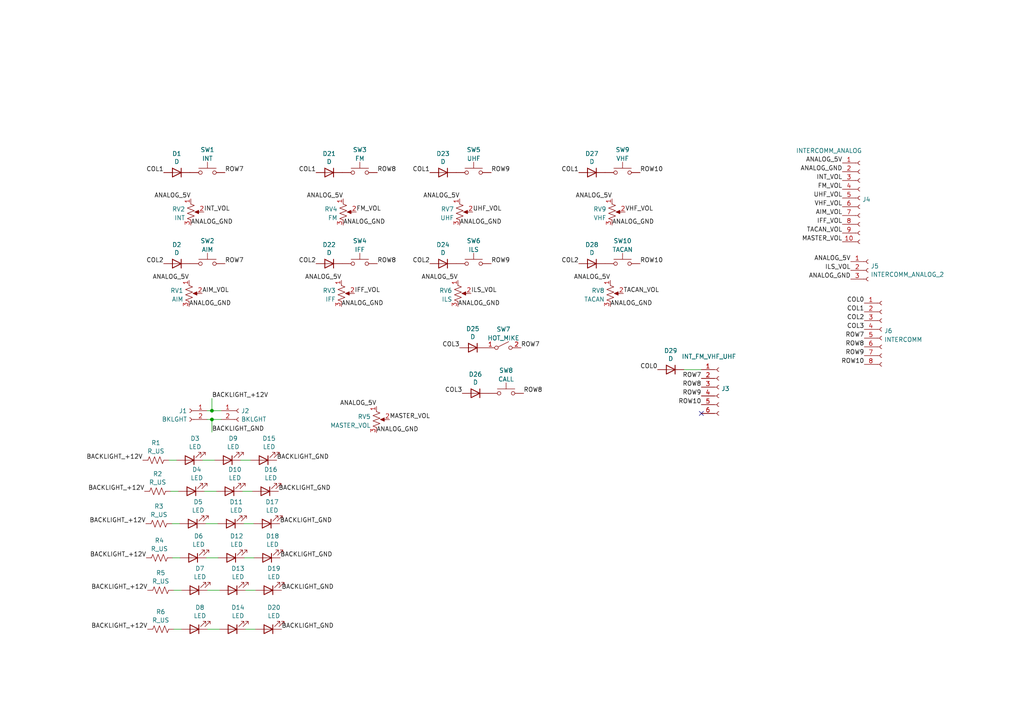
<source format=kicad_sch>
(kicad_sch (version 20230121) (generator eeschema)
  (paper "A4")
  (lib_symbols
    (symbol "Connector:Conn_01x02_Socket" (pin_names (offset 1.016) hide)
      (property "Reference" "J" (at 0 2.54 0))
      (property "Value" "Conn_01x02_Socket" (at 0 -5.08 0))
      (symbol "Conn_01x02_Socket_1_1"
        (arc (start 0 -2.032) (mid -0.5058 -2.54) (end 0 -3.048) (stroke (width 0.1524)))
        (polyline (pts (xy -1.27 -2.54) (xy -0.508 -2.54)) (stroke (width 0.1524)))
        (polyline (pts (xy -1.27 0) (xy -0.508 0)) (stroke (width 0.1524)))
        (arc (start 0 0.508) (mid -0.5058 0) (end 0 -0.508) (stroke (width 0.1524)))
        (pin passive line (at -5.08 0 0) (length 3.81) (name "Pin_1") (number "1"))
        (pin passive line (at -5.08 -2.54 0) (length 3.81) (name "Pin_2") (number "2"))
      )
    )
    (symbol "Connector:Conn_01x03_Socket" (pin_names (offset 1.016) hide)
      (property "Reference" "J" (at 0 5.08 0))
      (property "Value" "Conn_01x03_Socket" (at 0 -5.08 0))
      (symbol "Conn_01x03_Socket_1_1"
        (arc (start 0 -2.032) (mid -0.5058 -2.54) (end 0 -3.048) (stroke (width 0.1524)))
        (polyline (pts (xy -1.27 -2.54) (xy -0.508 -2.54)) (stroke (width 0.1524)))
        (polyline (pts (xy -1.27 0) (xy -0.508 0)) (stroke (width 0.1524)))
        (polyline (pts (xy -1.27 2.54) (xy -0.508 2.54)) (stroke (width 0.1524)))
        (arc (start 0 0.508) (mid -0.5058 0) (end 0 -0.508) (stroke (width 0.1524)))
        (arc (start 0 3.048) (mid -0.5058 2.54) (end 0 2.032) (stroke (width 0.1524)))
        (pin passive line (at -5.08 2.54 0) (length 3.81) (name "Pin_1") (number "1"))
        (pin passive line (at -5.08 0 0) (length 3.81) (name "Pin_2") (number "2"))
        (pin passive line (at -5.08 -2.54 0) (length 3.81) (name "Pin_3") (number "3"))
      )
    )
    (symbol "Connector:Conn_01x06_Female" (pin_names (offset 1.016) hide)
      (property "Reference" "J" (at 0 7.62 0))
      (property "Value" "Conn_01x06_Female" (at 0 -10.16 0))
      (symbol "Conn_01x06_Female_1_1"
        (arc (start 0 -7.112) (mid -0.5058 -7.62) (end 0 -8.128) (stroke (width 0.1524)))
        (arc (start 0 -4.572) (mid -0.5058 -5.08) (end 0 -5.588) (stroke (width 0.1524)))
        (arc (start 0 -2.032) (mid -0.5058 -2.54) (end 0 -3.048) (stroke (width 0.1524)))
        (polyline (pts (xy -1.27 -7.62) (xy -0.508 -7.62)) (stroke (width 0.1524)))
        (polyline (pts (xy -1.27 -5.08) (xy -0.508 -5.08)) (stroke (width 0.1524)))
        (polyline (pts (xy -1.27 -2.54) (xy -0.508 -2.54)) (stroke (width 0.1524)))
        (polyline (pts (xy -1.27 0) (xy -0.508 0)) (stroke (width 0.1524)))
        (polyline (pts (xy -1.27 2.54) (xy -0.508 2.54)) (stroke (width 0.1524)))
        (polyline (pts (xy -1.27 5.08) (xy -0.508 5.08)) (stroke (width 0.1524)))
        (arc (start 0 0.508) (mid -0.5058 0) (end 0 -0.508) (stroke (width 0.1524)))
        (arc (start 0 3.048) (mid -0.5058 2.54) (end 0 2.032) (stroke (width 0.1524)))
        (arc (start 0 5.588) (mid -0.5058 5.08) (end 0 4.572) (stroke (width 0.1524)))
        (pin passive line (at -5.08 5.08 0) (length 3.81) (name "Pin_1") (number "1"))
        (pin passive line (at -5.08 2.54 0) (length 3.81) (name "Pin_2") (number "2"))
        (pin passive line (at -5.08 0 0) (length 3.81) (name "Pin_3") (number "3"))
        (pin passive line (at -5.08 -2.54 0) (length 3.81) (name "Pin_4") (number "4"))
        (pin passive line (at -5.08 -5.08 0) (length 3.81) (name "Pin_5") (number "5"))
        (pin passive line (at -5.08 -7.62 0) (length 3.81) (name "Pin_6") (number "6"))
      )
    )
    (symbol "Connector:Conn_01x08_Female" (pin_names (offset 1.016) hide)
      (property "Reference" "J" (at 0 10.16 0))
      (property "Value" "Conn_01x08_Female" (at 0 -12.7 0))
      (symbol "Conn_01x08_Female_1_1"
        (arc (start 0 -9.652) (mid -0.5058 -10.16) (end 0 -10.668) (stroke (width 0.1524)))
        (arc (start 0 -7.112) (mid -0.5058 -7.62) (end 0 -8.128) (stroke (width 0.1524)))
        (arc (start 0 -4.572) (mid -0.5058 -5.08) (end 0 -5.588) (stroke (width 0.1524)))
        (arc (start 0 -2.032) (mid -0.5058 -2.54) (end 0 -3.048) (stroke (width 0.1524)))
        (polyline (pts (xy -1.27 -10.16) (xy -0.508 -10.16)) (stroke (width 0.1524)))
        (polyline (pts (xy -1.27 -7.62) (xy -0.508 -7.62)) (stroke (width 0.1524)))
        (polyline (pts (xy -1.27 -5.08) (xy -0.508 -5.08)) (stroke (width 0.1524)))
        (polyline (pts (xy -1.27 -2.54) (xy -0.508 -2.54)) (stroke (width 0.1524)))
        (polyline (pts (xy -1.27 0) (xy -0.508 0)) (stroke (width 0.1524)))
        (polyline (pts (xy -1.27 2.54) (xy -0.508 2.54)) (stroke (width 0.1524)))
        (polyline (pts (xy -1.27 5.08) (xy -0.508 5.08)) (stroke (width 0.1524)))
        (polyline (pts (xy -1.27 7.62) (xy -0.508 7.62)) (stroke (width 0.1524)))
        (arc (start 0 0.508) (mid -0.5058 0) (end 0 -0.508) (stroke (width 0.1524)))
        (arc (start 0 3.048) (mid -0.5058 2.54) (end 0 2.032) (stroke (width 0.1524)))
        (arc (start 0 5.588) (mid -0.5058 5.08) (end 0 4.572) (stroke (width 0.1524)))
        (arc (start 0 8.128) (mid -0.5058 7.62) (end 0 7.112) (stroke (width 0.1524)))
        (pin passive line (at -5.08 7.62 0) (length 3.81) (name "Pin_1") (number "1"))
        (pin passive line (at -5.08 5.08 0) (length 3.81) (name "Pin_2") (number "2"))
        (pin passive line (at -5.08 2.54 0) (length 3.81) (name "Pin_3") (number "3"))
        (pin passive line (at -5.08 0 0) (length 3.81) (name "Pin_4") (number "4"))
        (pin passive line (at -5.08 -2.54 0) (length 3.81) (name "Pin_5") (number "5"))
        (pin passive line (at -5.08 -5.08 0) (length 3.81) (name "Pin_6") (number "6"))
        (pin passive line (at -5.08 -7.62 0) (length 3.81) (name "Pin_7") (number "7"))
        (pin passive line (at -5.08 -10.16 0) (length 3.81) (name "Pin_8") (number "8"))
      )
    )
    (symbol "Connector:Conn_01x10_Female" (pin_names (offset 1.016) hide)
      (property "Reference" "J" (at 0 12.7 0))
      (property "Value" "Conn_01x10_Female" (at 0 -15.24 0))
      (symbol "Conn_01x10_Female_1_1"
        (arc (start 0 -12.192) (mid -0.5058 -12.7) (end 0 -13.208) (stroke (width 0.1524)))
        (arc (start 0 -9.652) (mid -0.5058 -10.16) (end 0 -10.668) (stroke (width 0.1524)))
        (arc (start 0 -7.112) (mid -0.5058 -7.62) (end 0 -8.128) (stroke (width 0.1524)))
        (arc (start 0 -4.572) (mid -0.5058 -5.08) (end 0 -5.588) (stroke (width 0.1524)))
        (arc (start 0 -2.032) (mid -0.5058 -2.54) (end 0 -3.048) (stroke (width 0.1524)))
        (polyline (pts (xy -1.27 -12.7) (xy -0.508 -12.7)) (stroke (width 0.1524)))
        (polyline (pts (xy -1.27 -10.16) (xy -0.508 -10.16)) (stroke (width 0.1524)))
        (polyline (pts (xy -1.27 -7.62) (xy -0.508 -7.62)) (stroke (width 0.1524)))
        (polyline (pts (xy -1.27 -5.08) (xy -0.508 -5.08)) (stroke (width 0.1524)))
        (polyline (pts (xy -1.27 -2.54) (xy -0.508 -2.54)) (stroke (width 0.1524)))
        (polyline (pts (xy -1.27 0) (xy -0.508 0)) (stroke (width 0.1524)))
        (polyline (pts (xy -1.27 2.54) (xy -0.508 2.54)) (stroke (width 0.1524)))
        (polyline (pts (xy -1.27 5.08) (xy -0.508 5.08)) (stroke (width 0.1524)))
        (polyline (pts (xy -1.27 7.62) (xy -0.508 7.62)) (stroke (width 0.1524)))
        (polyline (pts (xy -1.27 10.16) (xy -0.508 10.16)) (stroke (width 0.1524)))
        (arc (start 0 0.508) (mid -0.5058 0) (end 0 -0.508) (stroke (width 0.1524)))
        (arc (start 0 3.048) (mid -0.5058 2.54) (end 0 2.032) (stroke (width 0.1524)))
        (arc (start 0 5.588) (mid -0.5058 5.08) (end 0 4.572) (stroke (width 0.1524)))
        (arc (start 0 8.128) (mid -0.5058 7.62) (end 0 7.112) (stroke (width 0.1524)))
        (arc (start 0 10.668) (mid -0.5058 10.16) (end 0 9.652) (stroke (width 0.1524)))
        (pin passive line (at -5.08 10.16 0) (length 3.81) (name "Pin_1") (number "1"))
        (pin passive line (at -5.08 -12.7 0) (length 3.81) (name "Pin_10") (number "10"))
        (pin passive line (at -5.08 7.62 0) (length 3.81) (name "Pin_2") (number "2"))
        (pin passive line (at -5.08 5.08 0) (length 3.81) (name "Pin_3") (number "3"))
        (pin passive line (at -5.08 2.54 0) (length 3.81) (name "Pin_4") (number "4"))
        (pin passive line (at -5.08 0 0) (length 3.81) (name "Pin_5") (number "5"))
        (pin passive line (at -5.08 -2.54 0) (length 3.81) (name "Pin_6") (number "6"))
        (pin passive line (at -5.08 -5.08 0) (length 3.81) (name "Pin_7") (number "7"))
        (pin passive line (at -5.08 -7.62 0) (length 3.81) (name "Pin_8") (number "8"))
        (pin passive line (at -5.08 -10.16 0) (length 3.81) (name "Pin_9") (number "9"))
      )
    )
    (symbol "Device:D" (pin_numbers hide) (pin_names (offset 1.016) hide)
      (property "Reference" "D" (at 0 2.54 0))
      (property "Value" "D" (at 0 -2.54 0))
      (symbol "D_0_1"
        (polyline (pts (xy -1.27 1.27) (xy -1.27 -1.27)) (stroke (width 0.254)))
        (polyline (pts (xy 1.27 0) (xy -1.27 0)))
        (polyline (pts (xy 1.27 1.27) (xy 1.27 -1.27) (xy -1.27 0) (xy 1.27 1.27)) (stroke (width 0.254)))
      )
      (symbol "D_1_1"
        (pin passive line (at -3.81 0 0) (length 2.54) (name "K") (number "1"))
        (pin passive line (at 3.81 0 180) (length 2.54) (name "A") (number "2"))
      )
    )
    (symbol "Device:LED" (pin_numbers hide) (pin_names (offset 1.016) hide)
      (property "Reference" "D" (at 0 2.54 0))
      (property "Value" "LED" (at 0 -2.54 0))
      (symbol "LED_0_1"
        (polyline (pts (xy -1.27 -1.27) (xy -1.27 1.27)) (stroke (width 0.254)))
        (polyline (pts (xy -1.27 0) (xy 1.27 0)))
        (polyline (pts (xy 1.27 -1.27) (xy 1.27 1.27) (xy -1.27 0) (xy 1.27 -1.27)) (stroke (width 0.254)))
        (polyline (pts (xy -3.048 -0.762) (xy -4.572 -2.286) (xy -3.81 -2.286) (xy -4.572 -2.286) (xy -4.572 -1.524)))
        (polyline (pts (xy -1.778 -0.762) (xy -3.302 -2.286) (xy -2.54 -2.286) (xy -3.302 -2.286) (xy -3.302 -1.524)))
      )
      (symbol "LED_1_1"
        (pin passive line (at -3.81 0 0) (length 2.54) (name "K") (number "1"))
        (pin passive line (at 3.81 0 180) (length 2.54) (name "A") (number "2"))
      )
    )
    (symbol "Device:R_Potentiometer_US" (pin_names (offset 1.016) hide)
      (property "Reference" "RV" (at -4.445 0 90))
      (property "Value" "R_Potentiometer_US" (at -2.54 0 90))
      (symbol "R_Potentiometer_US_0_1"
        (polyline (pts (xy 0 -2.286) (xy 0 -2.54)))
        (polyline (pts (xy 0 2.54) (xy 0 2.286)))
        (polyline (pts (xy 2.54 0) (xy 1.524 0)))
        (polyline (pts (xy 1.143 0) (xy 2.286 0.508) (xy 2.286 -0.508) (xy 1.143 0)) (fill (type outline)))
        (polyline (pts (xy 0 -0.762) (xy 1.016 -1.143) (xy 0 -1.524) (xy -1.016 -1.905) (xy 0 -2.286)))
        (polyline (pts (xy 0 0.762) (xy 1.016 0.381) (xy 0 0) (xy -1.016 -0.381) (xy 0 -0.762)))
        (polyline (pts (xy 0 2.286) (xy 1.016 1.905) (xy 0 1.524) (xy -1.016 1.143) (xy 0 0.762)))
      )
      (symbol "R_Potentiometer_US_1_1"
        (pin passive line (at 0 3.81 270) (length 1.27) (name "1") (number "1"))
        (pin passive line (at 3.81 0 180) (length 1.27) (name "2") (number "2"))
        (pin passive line (at 0 -3.81 90) (length 1.27) (name "3") (number "3"))
      )
    )
    (symbol "Device:R_US" (pin_numbers hide) (pin_names (offset 0))
      (property "Reference" "R" (at 2.54 0 90))
      (property "Value" "R_US" (at -2.54 0 90))
      (symbol "R_US_0_1"
        (polyline (pts (xy 0 -2.286) (xy 0 -2.54)))
        (polyline (pts (xy 0 2.286) (xy 0 2.54)))
        (polyline (pts (xy 0 -0.762) (xy 1.016 -1.143) (xy 0 -1.524) (xy -1.016 -1.905) (xy 0 -2.286)))
        (polyline (pts (xy 0 0.762) (xy 1.016 0.381) (xy 0 0) (xy -1.016 -0.381) (xy 0 -0.762)))
        (polyline (pts (xy 0 2.286) (xy 1.016 1.905) (xy 0 1.524) (xy -1.016 1.143) (xy 0 0.762)))
      )
      (symbol "R_US_1_1"
        (pin passive line (at 0 3.81 270) (length 1.27) (name "~") (number "1"))
        (pin passive line (at 0 -3.81 90) (length 1.27) (name "~") (number "2"))
      )
    )
    (symbol "Switch:SW_Push" (pin_numbers hide) (pin_names (offset 1.016) hide)
      (property "Reference" "SW" (at 1.27 2.54 0))
      (property "Value" "SW_Push" (at 0 -1.524 0))
      (symbol "SW_Push_0_1"
        (circle (center -2.032 0) (radius 0.508))
        (polyline (pts (xy 0 1.27) (xy 0 3.048)))
        (polyline (pts (xy 2.54 1.27) (xy -2.54 1.27)))
        (circle (center 2.032 0) (radius 0.508))
        (pin passive line (at -5.08 0 0) (length 2.54) (name "1") (number "1"))
        (pin passive line (at 5.08 0 180) (length 2.54) (name "2") (number "2"))
      )
    )
    (symbol "Switch:SW_SPST" (pin_names (offset 0) hide)
      (property "Reference" "SW" (at 0 3.175 0))
      (property "Value" "SW_SPST" (at 0 -2.54 0))
      (symbol "SW_SPST_0_0"
        (circle (center -2.032 0) (radius 0.508))
        (polyline (pts (xy -1.524 0.254) (xy 1.524 1.778)))
        (circle (center 2.032 0) (radius 0.508))
      )
      (symbol "SW_SPST_1_1"
        (pin passive line (at -5.08 0 0) (length 2.54) (name "A") (number "1"))
        (pin passive line (at 5.08 0 180) (length 2.54) (name "B") (number "2"))
      )
    )
  )
  (junction (at 61.468 121.666))
  (junction (at 61.468 119.126))
  (no_connect (at 203.4286 119.9134))
  (wire (pts (xy 50.038 161.798) (xy 52.197 161.798)))
  (wire (pts (xy 61.468 115.57) (xy 61.468 119.126)))
  (wire (pts (xy 49.53 142.494) (xy 51.689 142.494)))
  (wire (pts (xy 60.071 121.666) (xy 61.468 121.666)))
  (wire (pts (xy 198.3486 107.2134) (xy 203.4286 107.2134)))
  (wire (pts (xy 61.468 121.666) (xy 61.468 125.349)))
  (wire (pts (xy 71.247 171.196) (xy 74.041 171.196)))
  (wire (pts (xy 60.071 119.126) (xy 61.468 119.126)))
  (wire (pts (xy 71.247 182.499) (xy 74.041 182.499)))
  (wire (pts (xy 58.801 133.477) (xy 62.23 133.477)))
  (wire (pts (xy 60.198 171.196) (xy 63.627 171.196)))
  (wire (pts (xy 70.866 161.798) (xy 73.66 161.798)))
  (wire (pts (xy 61.468 121.666) (xy 64.135 121.666)))
  (wire (pts (xy 70.358 142.494) (xy 73.152 142.494)))
  (wire (pts (xy 69.85 133.477) (xy 72.644 133.477)))
  (wire (pts (xy 60.198 182.499) (xy 63.627 182.499)))
  (wire (pts (xy 50.419 182.499) (xy 52.578 182.499)))
  (wire (pts (xy 59.69 151.892) (xy 63.119 151.892)))
  (wire (pts (xy 49.911 151.892) (xy 52.07 151.892)))
  (wire (pts (xy 61.468 119.126) (xy 64.135 119.126)))
  (wire (pts (xy 50.419 171.196) (xy 52.578 171.196)))
  (wire (pts (xy 59.817 161.798) (xy 63.246 161.798)))
  (wire (pts (xy 49.022 133.477) (xy 51.181 133.477)))
  (wire (pts (xy 70.739 151.892) (xy 73.533 151.892)))
  (wire (pts (xy 59.309 142.494) (xy 62.738 142.494)))
  (label "BACKLIGHT_+12V" (at 41.91 142.494 180))
  (label "ROW7" (at 250.6726 98.0694 180))
  (label "ILS_VOL" (at 136.6266 85.1154 0))
  (label "COL2" (at 91.6686 76.4794 180))
  (label "UHF_VOL" (at 244.3226 57.4294 180))
  (label "ROW8" (at 203.4286 112.2934 180))
  (label "BACKLIGHT_GND" (at 80.772 142.494 0))
  (label "COL0" (at 250.6726 87.9094 180))
  (label "COL2" (at 124.6886 76.4794 180))
  (label "COL3" (at 134.0866 114.0714 180))
  (label "VHF_VOL" (at 181.3306 61.4934 0))
  (label "BACKLIGHT_GND" (at 81.28 161.798 0))
  (label "COL2" (at 167.8686 76.4794 180))
  (label "TACAN_VOL" (at 180.8226 85.1154 0))
  (label "UHF_VOL" (at 137.1346 61.4934 0))
  (label "ANALOG_5V" (at 132.8166 81.3054 180))
  (label "ROW9" (at 142.4686 50.0634 0))
  (label "COL0" (at 190.7286 107.2134 180))
  (label "ROW8" (at 250.6726 100.6094 180))
  (label "ROW10" (at 250.6726 105.6894 180))
  (label "ROW8" (at 109.4486 50.0634 0))
  (label "ROW10" (at 185.6486 76.4794 0))
  (label "ROW7" (at 65.2526 50.0634 0))
  (label "BACKLIGHT_GND" (at 81.153 151.892 0))
  (label "ANALOG_GND" (at 244.3226 49.8094 180))
  (label "ROW9" (at 203.4286 114.8334 180))
  (label "ANALOG_GND" (at 55.3466 65.3034 0))
  (label "FM_VOL" (at 103.3526 61.4934 0))
  (label "BACKLIGHT_GND" (at 61.468 125.349 0))
  (label "BACKLIGHT_GND" (at 81.661 171.196 0))
  (label "COL3" (at 133.3246 100.8634 180))
  (label "ROW9" (at 142.4686 76.4794 0))
  (label "INT_VOL" (at 59.1566 61.4934 0))
  (label "TACAN_VOL" (at 244.3226 67.5894 180))
  (label "ANALOG_5V" (at 177.0126 81.3054 180))
  (label "FM_VOL" (at 244.3226 54.8894 180))
  (label "ANALOG_5V" (at 133.3246 57.6834 180))
  (label "COL1" (at 47.4726 50.0634 180))
  (label "COL1" (at 250.6726 90.4494 180))
  (label "ROW8" (at 109.4486 76.4794 0))
  (label "ROW9" (at 250.6726 103.1494 180))
  (label "ANALOG_5V" (at 109.1946 117.8814 180))
  (label "INT_VOL" (at 244.3226 52.3494 180))
  (label "BACKLIGHT_+12V" (at 42.291 151.892 180))
  (label "COL1" (at 124.6886 50.0634 180))
  (label "ANALOG_5V" (at 99.5426 57.6834 180))
  (label "COL2" (at 47.4726 76.4794 180))
  (label "COL1" (at 167.8686 50.0634 180))
  (label "ANALOG_GND" (at 246.7356 80.9498 180))
  (label "ANALOG_GND" (at 99.5426 65.3034 0))
  (label "AIM_VOL" (at 58.6486 85.1154 0))
  (label "ROW7" (at 151.1046 100.8634 0))
  (label "VHF_VOL" (at 244.3226 59.9694 180))
  (label "ANALOG_GND" (at 177.5206 65.3034 0))
  (label "ANALOG_5V" (at 55.3466 57.6834 180))
  (label "COL2" (at 250.6726 92.9894 180))
  (label "BACKLIGHT_+12V" (at 61.468 115.57 0))
  (label "ANALOG_5V" (at 244.3226 47.2694 180))
  (label "BACKLIGHT_+12V" (at 42.799 171.196 180))
  (label "ANALOG_5V" (at 177.5206 57.6834 180))
  (label "BACKLIGHT_+12V" (at 41.402 133.477 180))
  (label "COL3" (at 250.6726 95.5294 180))
  (label "BACKLIGHT_+12V" (at 42.799 182.499 180))
  (label "ANALOG_5V" (at 54.8386 81.3054 180))
  (label "IFF_VOL" (at 102.8446 85.1154 0))
  (label "ROW10" (at 185.6486 50.0634 0))
  (label "BACKLIGHT_GND" (at 81.661 182.499 0))
  (label "ANALOG_GND" (at 132.8166 88.9254 0))
  (label "ANALOG_GND" (at 54.8386 88.9254 0))
  (label "COL1" (at 91.6686 50.0634 180))
  (label "AIM_VOL" (at 244.3226 62.5094 180))
  (label "BACKLIGHT_GND" (at 80.264 133.477 0))
  (label "ROW7" (at 203.4286 109.7534 180))
  (label "ROW10" (at 203.4286 117.3734 180))
  (label "ROW7" (at 65.2526 76.4794 0))
  (label "ANALOG_5V" (at 99.0346 81.3054 180))
  (label "ANALOG_GND" (at 109.1946 125.5014 0))
  (label "ANALOG_5V" (at 246.7356 75.8698 180))
  (label "ANALOG_GND" (at 133.3246 65.3034 0))
  (label "MASTER_VOL" (at 113.0046 121.6914 0))
  (label "BACKLIGHT_+12V" (at 42.418 161.798 180))
  (label "ILS_VOL" (at 246.7356 78.4098 180))
  (label "IFF_VOL" (at 244.3226 65.0494 180))
  (label "ROW8" (at 151.8666 114.0714 0))
  (label "ANALOG_GND" (at 177.0126 88.9254 0))
  (label "ANALOG_GND" (at 99.0346 88.9254 0))
  (label "MASTER_VOL" (at 244.3226 70.1294 180))
  (symbol (lib_id "Device:D") (at 171.6786 76.4794 0) (mirror y) (unit 1)
    (property "Reference" "D28" (at 171.6786 70.993 0))
    (property "Value" "D" (at 171.6786 73.3044 0))
    (property "Footprint" "Diode_THT:D_A-405_P2.54mm_Vertical_AnodeUp" (effects hide))
  )
  (symbol (lib_id "Device:D") (at 128.4986 50.0634 0) (mirror y) (unit 1)
    (property "Reference" "D23" (at 128.4986 44.577 0))
    (property "Value" "D" (at 128.4986 46.8884 0))
    (property "Footprint" "Diode_THT:D_A-405_P2.54mm_Vertical_AnodeUp" (effects hide))
  )
  (symbol (lib_id "Device:LED") (at 55.88 151.892 180) (unit 1)
    (property "Reference" "D5" (at 57.4675 145.5887 0))
    (property "Value" "LED" (at 57.4675 148.0129 0))
    (property "Footprint" "LED_THT:LED_D3.0mm_FlatTop" (effects hide))
  )
  (symbol (lib_id "Switch:SW_Push") (at 60.1726 76.4794 0) (unit 1)
    (property "Reference" "SW2" (at 60.1726 69.8586 0))
    (property "Value" "AIM" (at 60.1726 72.3955 0))
    (property "Footprint" "Connector_Molex:Molex_KK-254_AE-6410-02A_1x02_P2.54mm_Vertical" (effects hide))
  )
  (symbol (lib_id "Device:LED") (at 56.007 161.798 180) (unit 1)
    (property "Reference" "D6" (at 57.5945 155.4947 0))
    (property "Value" "LED" (at 57.5945 157.9189 0))
    (property "Footprint" "LED_THT:LED_D3.0mm_FlatTop" (effects hide))
  )
  (symbol (lib_id "Device:D") (at 194.5386 107.2134 0) (mirror y) (unit 1)
    (property "Reference" "D29" (at 194.5386 101.727 0))
    (property "Value" "D" (at 194.5386 104.0384 0))
    (property "Footprint" "Diode_THT:D_A-405_P2.54mm_Vertical_AnodeUp" (effects hide))
  )
  (symbol (lib_id "Device:R_Potentiometer_US") (at 177.0126 85.1154 0) (unit 1)
    (property "Reference" "RV8" (at 175.3616 84.2807 0) (effects (justify right)))
    (property "Value" "TACAN" (at 175.3616 86.8176 0) (effects (justify right)))
    (property "Footprint" "Connector_Molex:Molex_KK-254_AE-6410-03A_1x03_P2.54mm_Vertical" (effects hide))
  )
  (symbol (lib_id "Device:LED") (at 76.454 133.477 180) (unit 1)
    (property "Reference" "D15" (at 78.0415 127.1737 0))
    (property "Value" "LED" (at 78.0415 129.5979 0))
    (property "Footprint" "LED_THT:LED_D3.0mm_FlatTop" (effects hide))
  )
  (symbol (lib_id "Device:D") (at 51.2826 76.4794 0) (mirror y) (unit 1)
    (property "Reference" "D2" (at 51.2826 70.993 0))
    (property "Value" "D" (at 51.2826 73.3044 0))
    (property "Footprint" "Diode_THT:D_A-405_P2.54mm_Vertical_AnodeUp" (effects hide))
  )
  (symbol (lib_id "Device:LED") (at 67.437 182.499 180) (unit 1)
    (property "Reference" "D14" (at 69.0245 176.1957 0))
    (property "Value" "LED" (at 69.0245 178.6199 0))
    (property "Footprint" "LED_THT:LED_D3.0mm_FlatTop" (effects hide))
  )
  (symbol (lib_id "Device:R_US") (at 45.212 133.477 90) (unit 1)
    (property "Reference" "R1" (at 45.212 128.4437 90))
    (property "Value" "R_US" (at 45.212 130.8679 90))
    (property "Footprint" "Resistor_THT:R_Axial_DIN0207_L6.3mm_D2.5mm_P2.54mm_Vertical" (effects hide))
  )
  (symbol (lib_id "Switch:SW_Push") (at 180.5686 76.4794 0) (unit 1)
    (property "Reference" "SW10" (at 180.5686 69.8586 0))
    (property "Value" "TACAN" (at 180.5686 72.3955 0))
    (property "Footprint" "Connector_Molex:Molex_KK-254_AE-6410-02A_1x02_P2.54mm_Vertical" (effects hide))
  )
  (symbol (lib_id "Device:R_Potentiometer_US") (at 99.0346 85.1154 0) (unit 1)
    (property "Reference" "RV3" (at 97.3837 84.2807 0) (effects (justify right)))
    (property "Value" "IFF" (at 97.3837 86.8176 0) (effects (justify right)))
    (property "Footprint" "Connector_Molex:Molex_KK-254_AE-6410-03A_1x03_P2.54mm_Vertical" (effects hide))
  )
  (symbol (lib_id "Device:LED") (at 66.929 151.892 180) (unit 1)
    (property "Reference" "D11" (at 68.5165 145.5887 0))
    (property "Value" "LED" (at 68.5165 148.0129 0))
    (property "Footprint" "LED_THT:LED_D3.0mm_FlatTop" (effects hide))
  )
  (symbol (lib_id "Device:LED") (at 66.548 142.494 180) (unit 1)
    (property "Reference" "D10" (at 68.1355 136.1907 0))
    (property "Value" "LED" (at 68.1355 138.6149 0))
    (property "Footprint" "LED_THT:LED_D3.0mm_FlatTop" (effects hide))
  )
  (symbol (lib_id "Device:LED") (at 56.388 182.499 180) (unit 1)
    (property "Reference" "D8" (at 57.9755 176.1957 0))
    (property "Value" "LED" (at 57.9755 178.6199 0))
    (property "Footprint" "LED_THT:LED_D3.0mm_FlatTop" (effects hide))
  )
  (symbol (lib_id "Device:LED") (at 67.056 161.798 180) (unit 1)
    (property "Reference" "D12" (at 68.6435 155.4947 0))
    (property "Value" "LED" (at 68.6435 157.9189 0))
    (property "Footprint" "LED_THT:LED_D3.0mm_FlatTop" (effects hide))
  )
  (symbol (lib_id "Switch:SW_Push") (at 104.3686 76.4794 0) (unit 1)
    (property "Reference" "SW4" (at 104.3686 69.8586 0))
    (property "Value" "IFF" (at 104.3686 72.3955 0))
    (property "Footprint" "Connector_Molex:Molex_KK-254_AE-6410-02A_1x02_P2.54mm_Vertical" (effects hide))
  )
  (symbol (lib_id "Device:R_US") (at 46.228 161.798 90) (unit 1)
    (property "Reference" "R4" (at 46.228 156.7647 90))
    (property "Value" "R_US" (at 46.228 159.1889 90))
    (property "Footprint" "Resistor_THT:R_Axial_DIN0207_L6.3mm_D2.5mm_P2.54mm_Vertical" (effects hide))
  )
  (symbol (lib_id "Switch:SW_Push") (at 104.3686 50.0634 0) (unit 1)
    (property "Reference" "SW3" (at 104.3686 43.4426 0))
    (property "Value" "FM" (at 104.3686 45.9795 0))
    (property "Footprint" "Connector_Molex:Molex_KK-254_AE-6410-02A_1x02_P2.54mm_Vertical" (effects hide))
  )
  (symbol (lib_id "Connector:Conn_01x08_Female") (at 255.7526 95.5294 0) (unit 1)
    (property "Reference" "J6" (at 256.4638 95.9647 0) (effects (justify left)))
    (property "Value" "INTERCOMM" (at 256.4638 98.5016 0) (effects (justify left)))
    (property "Footprint" "Connector_Molex:Molex_KK-254_AE-6410-08A_1x08_P2.54mm_Vertical" (effects hide))
  )
  (symbol (lib_id "Connector:Conn_01x02_Socket") (at 54.991 119.126 0) (mirror y) (unit 1)
    (property "Reference" "J1" (at 54.2798 119.1839 0) (effects (justify left)))
    (property "Value" "BKLGHT" (at 54.2798 121.6081 0) (effects (justify left)))
    (property "Footprint" "Connector_Molex:Molex_KK-254_AE-6410-02A_1x02_P2.54mm_Vertical" (effects hide))
  )
  (symbol (lib_id "Device:R_Potentiometer_US") (at 132.8166 85.1154 0) (unit 1)
    (property "Reference" "RV6" (at 131.1657 84.2807 0) (effects (justify right)))
    (property "Value" "ILS" (at 131.1657 86.8176 0) (effects (justify right)))
    (property "Footprint" "Connector_Molex:Molex_KK-254_AE-6410-03A_1x03_P2.54mm_Vertical" (effects hide))
  )
  (symbol (lib_id "Device:R_US") (at 45.72 142.494 90) (unit 1)
    (property "Reference" "R2" (at 45.72 137.4607 90))
    (property "Value" "R_US" (at 45.72 139.8849 90))
    (property "Footprint" "Resistor_THT:R_Axial_DIN0207_L6.3mm_D2.5mm_P2.54mm_Vertical" (effects hide))
  )
  (symbol (lib_id "Device:R_Potentiometer_US") (at 55.3466 61.4934 0) (unit 1)
    (property "Reference" "RV2" (at 53.6957 60.6587 0) (effects (justify right)))
    (property "Value" "INT" (at 53.6957 63.1956 0) (effects (justify right)))
    (property "Footprint" "Connector_Molex:Molex_KK-254_AE-6410-03A_1x03_P2.54mm_Vertical" (effects hide))
  )
  (symbol (lib_id "Device:D") (at 95.4786 50.0634 0) (mirror y) (unit 1)
    (property "Reference" "D21" (at 95.4786 44.577 0))
    (property "Value" "D" (at 95.4786 46.8884 0))
    (property "Footprint" "Diode_THT:D_A-405_P2.54mm_Vertical_AnodeUp" (effects hide))
  )
  (symbol (lib_id "Device:R_Potentiometer_US") (at 99.5426 61.4934 0) (unit 1)
    (property "Reference" "RV4" (at 97.8917 60.6587 0) (effects (justify right)))
    (property "Value" "FM" (at 97.8917 63.1956 0) (effects (justify right)))
    (property "Footprint" "Connector_Molex:Molex_KK-254_AE-6410-03A_1x03_P2.54mm_Vertical" (effects hide))
  )
  (symbol (lib_id "Switch:SW_SPST") (at 146.0246 100.8634 0) (unit 1)
    (property "Reference" "SW7" (at 146.0246 95.5126 0))
    (property "Value" "HOT_MIKE" (at 146.0246 98.0495 0))
    (property "Footprint" "Connector_Molex:Molex_KK-254_AE-6410-02A_1x02_P2.54mm_Vertical" (effects hide))
  )
  (symbol (lib_id "Device:D") (at 137.8966 114.0714 0) (mirror y) (unit 1)
    (property "Reference" "D26" (at 137.8966 108.585 0))
    (property "Value" "D" (at 137.8966 110.8964 0))
    (property "Footprint" "Diode_THT:D_A-405_P2.54mm_Vertical_AnodeUp" (effects hide))
  )
  (symbol (lib_id "Switch:SW_Push") (at 180.5686 50.0634 0) (unit 1)
    (property "Reference" "SW9" (at 180.5686 43.4426 0))
    (property "Value" "VHF" (at 180.5686 45.9795 0))
    (property "Footprint" "Connector_Molex:Molex_KK-254_AE-6410-02A_1x02_P2.54mm_Vertical" (effects hide))
  )
  (symbol (lib_id "Device:R_US") (at 46.101 151.892 90) (unit 1)
    (property "Reference" "R3" (at 46.101 146.8587 90))
    (property "Value" "R_US" (at 46.101 149.2829 90))
    (property "Footprint" "Resistor_THT:R_Axial_DIN0207_L6.3mm_D2.5mm_P2.54mm_Vertical" (effects hide))
  )
  (symbol (lib_id "Switch:SW_Push") (at 60.1726 50.0634 0) (unit 1)
    (property "Reference" "SW1" (at 60.1726 43.4426 0))
    (property "Value" "INT" (at 60.1726 45.9795 0))
    (property "Footprint" "Connector_Molex:Molex_KK-254_AE-6410-02A_1x02_P2.54mm_Vertical" (effects hide))
  )
  (symbol (lib_id "Connector:Conn_01x06_Female") (at 208.5086 112.2934 0) (unit 1)
    (property "Reference" "J3" (at 209.2198 112.7287 0) (effects (justify left)))
    (property "Value" "INT_FM_VHF_UHF" (at 197.7136 103.4034 0) (effects (justify left)))
    (property "Footprint" "Connector_Molex:Molex_KK-254_AE-6410-06A_1x06_P2.54mm_Vertical" (effects hide))
  )
  (symbol (lib_id "Device:D") (at 95.4786 76.4794 0) (mirror y) (unit 1)
    (property "Reference" "D22" (at 95.4786 70.993 0))
    (property "Value" "D" (at 95.4786 73.3044 0))
    (property "Footprint" "Diode_THT:D_A-405_P2.54mm_Vertical_AnodeUp" (effects hide))
  )
  (symbol (lib_id "Device:LED") (at 67.437 171.196 180) (unit 1)
    (property "Reference" "D13" (at 69.0245 164.8927 0))
    (property "Value" "LED" (at 69.0245 167.3169 0))
    (property "Footprint" "LED_THT:LED_D3.0mm_FlatTop" (effects hide))
  )
  (symbol (lib_id "Device:D") (at 51.2826 50.0634 0) (mirror y) (unit 1)
    (property "Reference" "D1" (at 51.2826 44.577 0))
    (property "Value" "D" (at 51.2826 46.8884 0))
    (property "Footprint" "Diode_THT:D_A-405_P2.54mm_Vertical_AnodeUp" (effects hide))
  )
  (symbol (lib_id "Device:LED") (at 66.04 133.477 180) (unit 1)
    (property "Reference" "D9" (at 67.6275 127.1737 0))
    (property "Value" "LED" (at 67.6275 129.5979 0))
    (property "Footprint" "LED_THT:LED_D3.0mm_FlatTop" (effects hide))
  )
  (symbol (lib_id "Device:D") (at 137.1346 100.8634 0) (mirror y) (unit 1)
    (property "Reference" "D25" (at 137.1346 95.377 0))
    (property "Value" "D" (at 137.1346 97.6884 0))
    (property "Footprint" "Diode_THT:D_A-405_P2.54mm_Vertical_AnodeUp" (effects hide))
  )
  (symbol (lib_id "Device:D") (at 171.6786 50.0634 0) (mirror y) (unit 1)
    (property "Reference" "D27" (at 171.6786 44.577 0))
    (property "Value" "D" (at 171.6786 46.8884 0))
    (property "Footprint" "Diode_THT:D_A-405_P2.54mm_Vertical_AnodeUp" (effects hide))
  )
  (symbol (lib_id "Switch:SW_Push") (at 137.3886 50.0634 0) (unit 1)
    (property "Reference" "SW5" (at 137.3886 43.4426 0))
    (property "Value" "UHF" (at 137.3886 45.9795 0))
    (property "Footprint" "Connector_Molex:Molex_KK-254_AE-6410-02A_1x02_P2.54mm_Vertical" (effects hide))
  )
  (symbol (lib_id "Switch:SW_Push") (at 137.3886 76.4794 0) (unit 1)
    (property "Reference" "SW6" (at 137.3886 69.8586 0))
    (property "Value" "ILS" (at 137.3886 72.3955 0))
    (property "Footprint" "Connector_Molex:Molex_KK-254_AE-6410-02A_1x02_P2.54mm_Vertical" (effects hide))
  )
  (symbol (lib_id "Device:R_Potentiometer_US") (at 109.1946 121.6914 0) (unit 1)
    (property "Reference" "RV5" (at 107.5436 120.8567 0) (effects (justify right)))
    (property "Value" "MASTER_VOL" (at 107.5436 123.3936 0) (effects (justify right)))
    (property "Footprint" "Connector_Molex:Molex_KK-254_AE-6410-03A_1x03_P2.54mm_Vertical" (effects hide))
  )
  (symbol (lib_id "Device:LED") (at 76.962 142.494 180) (unit 1)
    (property "Reference" "D16" (at 78.5495 136.1907 0))
    (property "Value" "LED" (at 78.5495 138.6149 0))
    (property "Footprint" "LED_THT:LED_D3.0mm_FlatTop" (effects hide))
  )
  (symbol (lib_id "Device:LED") (at 56.388 171.196 180) (unit 1)
    (property "Reference" "D7" (at 57.9755 164.8927 0))
    (property "Value" "LED" (at 57.9755 167.3169 0))
    (property "Footprint" "LED_THT:LED_D3.0mm_FlatTop" (effects hide))
  )
  (symbol (lib_id "Device:R_Potentiometer_US") (at 177.5206 61.4934 0) (unit 1)
    (property "Reference" "RV9" (at 175.8696 60.6587 0) (effects (justify right)))
    (property "Value" "VHF" (at 175.8696 63.1956 0) (effects (justify right)))
    (property "Footprint" "Connector_Molex:Molex_KK-254_AE-6410-03A_1x03_P2.54mm_Vertical" (effects hide))
  )
  (symbol (lib_id "Device:R_US") (at 46.609 171.196 90) (unit 1)
    (property "Reference" "R5" (at 46.609 166.1627 90))
    (property "Value" "R_US" (at 46.609 168.5869 90))
    (property "Footprint" "Resistor_THT:R_Axial_DIN0207_L6.3mm_D2.5mm_P2.54mm_Vertical" (effects hide))
  )
  (symbol (lib_id "Connector:Conn_01x02_Socket") (at 69.215 119.126 0) (unit 1)
    (property "Reference" "J2" (at 69.9262 119.1839 0) (effects (justify left)))
    (property "Value" "BKLGHT" (at 69.9262 121.6081 0) (effects (justify left)))
    (property "Footprint" "Connector_Molex:Molex_KK-254_AE-6410-02A_1x02_P2.54mm_Vertical" (effects hide))
  )
  (symbol (lib_id "Device:R_US") (at 46.609 182.499 90) (unit 1)
    (property "Reference" "R6" (at 46.609 177.4657 90))
    (property "Value" "R_US" (at 46.609 179.8899 90))
    (property "Footprint" "Resistor_THT:R_Axial_DIN0207_L6.3mm_D2.5mm_P2.54mm_Vertical" (effects hide))
  )
  (symbol (lib_id "Switch:SW_Push") (at 146.7866 114.0714 0) (unit 1)
    (property "Reference" "SW8" (at 146.7866 107.4506 0))
    (property "Value" "CALL" (at 146.7866 109.9875 0))
    (property "Footprint" "Connector_Molex:Molex_KK-254_AE-6410-02A_1x02_P2.54mm_Vertical" (effects hide))
  )
  (symbol (lib_id "Device:LED") (at 77.851 171.196 180) (unit 1)
    (property "Reference" "D19" (at 79.4385 164.8927 0))
    (property "Value" "LED" (at 79.4385 167.3169 0))
    (property "Footprint" "LED_THT:LED_D3.0mm_FlatTop" (effects hide))
  )
  (symbol (lib_id "Connector:Conn_01x03_Socket") (at 251.8156 78.4098 0) (unit 1)
    (property "Reference" "J5" (at 252.5268 77.1977 0) (effects (justify left)))
    (property "Value" "INTERCOMM_ANALOG_2" (at 252.5268 79.6219 0) (effects (justify left)))
    (property "Footprint" "Connector_Molex:Molex_KK-254_AE-6410-03A_1x03_P2.54mm_Vertical" (effects hide))
  )
  (symbol (lib_id "Device:LED") (at 55.499 142.494 180) (unit 1)
    (property "Reference" "D4" (at 57.0865 136.1907 0))
    (property "Value" "LED" (at 57.0865 138.6149 0))
    (property "Footprint" "LED_THT:LED_D3.0mm_FlatTop" (effects hide))
  )
  (symbol (lib_id "Device:R_Potentiometer_US") (at 54.8386 85.1154 0) (unit 1)
    (property "Reference" "RV1" (at 53.1877 84.2807 0) (effects (justify right)))
    (property "Value" "AIM" (at 53.1877 86.8176 0) (effects (justify right)))
    (property "Footprint" "Connector_Molex:Molex_KK-254_AE-6410-03A_1x03_P2.54mm_Vertical" (effects hide))
  )
  (symbol (lib_id "Device:R_Potentiometer_US") (at 133.3246 61.4934 0) (unit 1)
    (property "Reference" "RV7" (at 131.6737 60.6587 0) (effects (justify right)))
    (property "Value" "UHF" (at 131.6737 63.1956 0) (effects (justify right)))
    (property "Footprint" "Connector_Molex:Molex_KK-254_AE-6410-03A_1x03_P2.54mm_Vertical" (effects hide))
  )
  (symbol (lib_id "Device:D") (at 128.4986 76.4794 0) (mirror y) (unit 1)
    (property "Reference" "D24" (at 128.4986 70.993 0))
    (property "Value" "D" (at 128.4986 73.3044 0))
    (property "Footprint" "Diode_THT:D_A-405_P2.54mm_Vertical_AnodeUp" (effects hide))
  )
  (symbol (lib_id "Connector:Conn_01x10_Female") (at 249.4026 57.4294 0) (unit 1)
    (property "Reference" "J4" (at 250.1138 57.8647 0) (effects (justify left)))
    (property "Value" "INTERCOMM_ANALOG" (at 230.8606 43.7134 0) (effects (justify left)))
    (property "Footprint" "Connector_Molex:Molex_KK-254_AE-6410-10A_1x10_P2.54mm_Vertical" (effects hide))
  )
  (symbol (lib_id "Device:LED") (at 77.851 182.499 180) (unit 1)
    (property "Reference" "D20" (at 79.4385 176.1957 0))
    (property "Value" "LED" (at 79.4385 178.6199 0))
    (property "Footprint" "LED_THT:LED_D3.0mm_FlatTop" (effects hide))
  )
  (symbol (lib_id "Device:LED") (at 77.343 151.892 180) (unit 1)
    (property "Reference" "D17" (at 78.9305 145.5887 0))
    (property "Value" "LED" (at 78.9305 148.0129 0))
    (property "Footprint" "LED_THT:LED_D3.0mm_FlatTop" (effects hide))
  )
  (symbol (lib_id "Device:LED") (at 54.991 133.477 180) (unit 1)
    (property "Reference" "D3" (at 56.5785 127.1737 0))
    (property "Value" "LED" (at 56.5785 129.5979 0))
    (property "Footprint" "LED_THT:LED_D3.0mm_FlatTop" (effects hide))
  )
  (symbol (lib_id "Device:LED") (at 77.47 161.798 180) (unit 1)
    (property "Reference" "D18" (at 79.0575 155.4947 0))
    (property "Value" "LED" (at 79.0575 157.9189 0))
    (property "Footprint" "LED_THT:LED_D3.0mm_FlatTop" (effects hide))
  )
)
</source>
